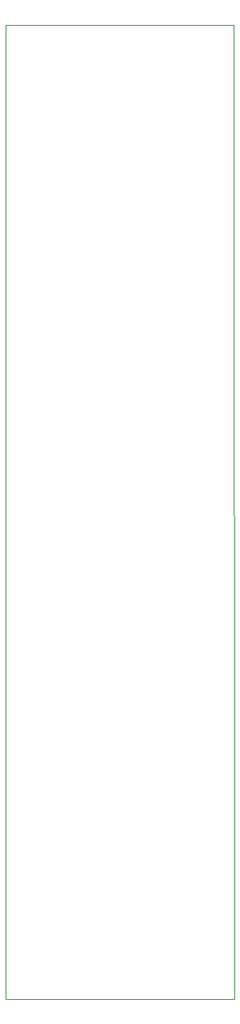
<source format=gbr>
%TF.GenerationSoftware,KiCad,Pcbnew,(5.1.12-1-10_14)*%
%TF.CreationDate,2021-12-12T17:04:58+01:00*%
%TF.ProjectId,envy,656e7679-2e6b-4696-9361-645f70636258,rev?*%
%TF.SameCoordinates,Original*%
%TF.FileFunction,Profile,NP*%
%FSLAX46Y46*%
G04 Gerber Fmt 4.6, Leading zero omitted, Abs format (unit mm)*
G04 Created by KiCad (PCBNEW (5.1.12-1-10_14)) date 2021-12-12 17:04:58*
%MOMM*%
%LPD*%
G01*
G04 APERTURE LIST*
%TA.AperFunction,Profile*%
%ADD10C,0.050000*%
%TD*%
G04 APERTURE END LIST*
D10*
X67900000Y-34000000D02*
X67900000Y-136500000D01*
X67900000Y-136500000D02*
X92000000Y-136500000D01*
X92000000Y-136500000D02*
X91900000Y-34000000D01*
X91900000Y-34000000D02*
X67900000Y-34000000D01*
M02*

</source>
